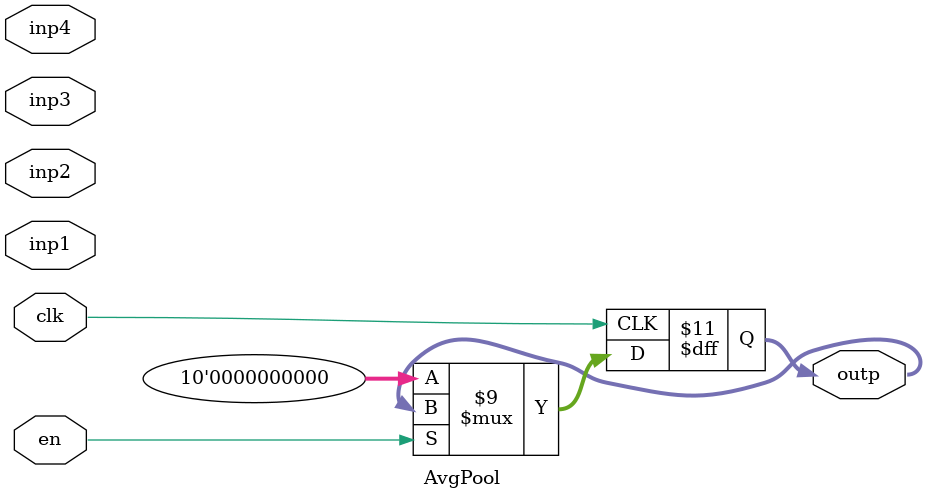
<source format=v>
`timescale 1ns / 1ps


module AvgPool(
    input [9:0] inp1,
    input [9:0] inp2,
    input [9:0] inp3,
    input [9:0] inp4,
    input clk,
    input en,
    output reg [9:0] outp
    );

reg [9:0] inps;

always @ (posedge clk) begin
    if (en) begin
        //test negative case, does it overflow out
        inps = (inp1 + inp2 + inp3 + inp4);
        
    end
    else outp = 10'b0; //pull down to 0
end
endmodule

</source>
